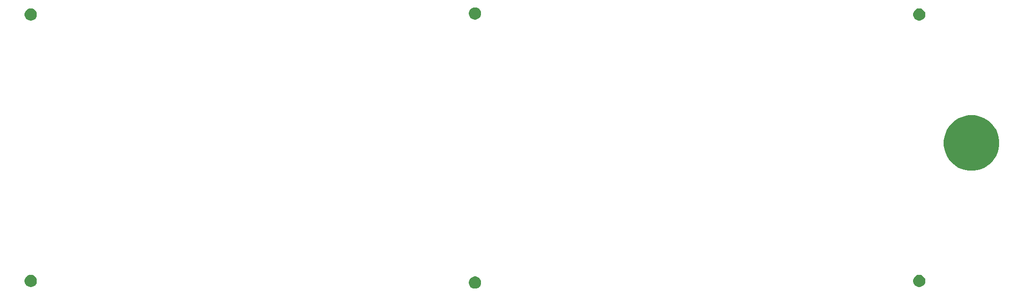
<source format=gbs>
G04 #@! TF.GenerationSoftware,KiCad,Pcbnew,(5.1.5)-3*
G04 #@! TF.CreationDate,2021-03-06T02:15:43+09:00*
G04 #@! TF.ProjectId,Kleine Gherkin,4b6c6569-6e65-4204-9768-65726b696e2e,rev?*
G04 #@! TF.SameCoordinates,Original*
G04 #@! TF.FileFunction,Soldermask,Bot*
G04 #@! TF.FilePolarity,Negative*
%FSLAX46Y46*%
G04 Gerber Fmt 4.6, Leading zero omitted, Abs format (unit mm)*
G04 Created by KiCad (PCBNEW (5.1.5)-3) date 2021-03-06 02:15:43*
%MOMM*%
%LPD*%
G04 APERTURE LIST*
%ADD10C,0.100000*%
G04 APERTURE END LIST*
D10*
G36*
X113320857Y-81242272D02*
G01*
X113521043Y-81325192D01*
X113521045Y-81325193D01*
X113611738Y-81385792D01*
X113701208Y-81445574D01*
X113854426Y-81598792D01*
X113974808Y-81778957D01*
X114057728Y-81979143D01*
X114100000Y-82191658D01*
X114100000Y-82408342D01*
X114057728Y-82620857D01*
X113974808Y-82821043D01*
X113872067Y-82974807D01*
X113854425Y-83001209D01*
X113701209Y-83154425D01*
X113521045Y-83274807D01*
X113521044Y-83274808D01*
X113521043Y-83274808D01*
X113320857Y-83357728D01*
X113108342Y-83400000D01*
X112891658Y-83400000D01*
X112679143Y-83357728D01*
X112478957Y-83274808D01*
X112478956Y-83274808D01*
X112478955Y-83274807D01*
X112298791Y-83154425D01*
X112145575Y-83001209D01*
X112127934Y-82974807D01*
X112025192Y-82821043D01*
X111942272Y-82620857D01*
X111900000Y-82408342D01*
X111900000Y-82191658D01*
X111942272Y-81979143D01*
X112025192Y-81778957D01*
X112145574Y-81598792D01*
X112298792Y-81445574D01*
X112388262Y-81385792D01*
X112478955Y-81325193D01*
X112478957Y-81325192D01*
X112679143Y-81242272D01*
X112891658Y-81200000D01*
X113108342Y-81200000D01*
X113320857Y-81242272D01*
G37*
G36*
X193320857Y-80942272D02*
G01*
X193521043Y-81025192D01*
X193521045Y-81025193D01*
X193611738Y-81085792D01*
X193701208Y-81145574D01*
X193854426Y-81298792D01*
X193974808Y-81478957D01*
X194057728Y-81679143D01*
X194100000Y-81891658D01*
X194100000Y-82108342D01*
X194057728Y-82320857D01*
X194021490Y-82408342D01*
X193974807Y-82521045D01*
X193854425Y-82701209D01*
X193701209Y-82854425D01*
X193521045Y-82974807D01*
X193521044Y-82974808D01*
X193521043Y-82974808D01*
X193320857Y-83057728D01*
X193108342Y-83100000D01*
X192891658Y-83100000D01*
X192679143Y-83057728D01*
X192478957Y-82974808D01*
X192478956Y-82974808D01*
X192478955Y-82974807D01*
X192298791Y-82854425D01*
X192145575Y-82701209D01*
X192025193Y-82521045D01*
X191978510Y-82408342D01*
X191942272Y-82320857D01*
X191900000Y-82108342D01*
X191900000Y-81891658D01*
X191942272Y-81679143D01*
X192025192Y-81478957D01*
X192145574Y-81298792D01*
X192298792Y-81145574D01*
X192388262Y-81085792D01*
X192478955Y-81025193D01*
X192478957Y-81025192D01*
X192679143Y-80942272D01*
X192891658Y-80900000D01*
X193108342Y-80900000D01*
X193320857Y-80942272D01*
G37*
G36*
X33320857Y-80942272D02*
G01*
X33521043Y-81025192D01*
X33521045Y-81025193D01*
X33611738Y-81085792D01*
X33701208Y-81145574D01*
X33854426Y-81298792D01*
X33974808Y-81478957D01*
X34057728Y-81679143D01*
X34100000Y-81891658D01*
X34100000Y-82108342D01*
X34057728Y-82320857D01*
X34021490Y-82408342D01*
X33974807Y-82521045D01*
X33854425Y-82701209D01*
X33701209Y-82854425D01*
X33521045Y-82974807D01*
X33521044Y-82974808D01*
X33521043Y-82974808D01*
X33320857Y-83057728D01*
X33108342Y-83100000D01*
X32891658Y-83100000D01*
X32679143Y-83057728D01*
X32478957Y-82974808D01*
X32478956Y-82974808D01*
X32478955Y-82974807D01*
X32298791Y-82854425D01*
X32145575Y-82701209D01*
X32025193Y-82521045D01*
X31978510Y-82408342D01*
X31942272Y-82320857D01*
X31900000Y-82108342D01*
X31900000Y-81891658D01*
X31942272Y-81679143D01*
X32025192Y-81478957D01*
X32145574Y-81298792D01*
X32298792Y-81145574D01*
X32388262Y-81085792D01*
X32478955Y-81025193D01*
X32478957Y-81025192D01*
X32679143Y-80942272D01*
X32891658Y-80900000D01*
X33108342Y-80900000D01*
X33320857Y-80942272D01*
G37*
G36*
X203381701Y-52246073D02*
G01*
X203864696Y-52342147D01*
X204774638Y-52719057D01*
X205593564Y-53266246D01*
X206290004Y-53962686D01*
X206837193Y-54781612D01*
X207214103Y-55691554D01*
X207406250Y-56657543D01*
X207406250Y-57642457D01*
X207214103Y-58608446D01*
X206837193Y-59518388D01*
X206290004Y-60337314D01*
X205593564Y-61033754D01*
X204774638Y-61580943D01*
X203864696Y-61957853D01*
X203381702Y-62053926D01*
X202898708Y-62150000D01*
X201913792Y-62150000D01*
X201430798Y-62053926D01*
X200947804Y-61957853D01*
X200037862Y-61580943D01*
X199218936Y-61033754D01*
X198522496Y-60337314D01*
X197975307Y-59518388D01*
X197598397Y-58608446D01*
X197406250Y-57642457D01*
X197406250Y-56657543D01*
X197598397Y-55691554D01*
X197975307Y-54781612D01*
X198522496Y-53962686D01*
X199218936Y-53266246D01*
X200037862Y-52719057D01*
X200947804Y-52342147D01*
X201430799Y-52246073D01*
X201913792Y-52150000D01*
X202898708Y-52150000D01*
X203381701Y-52246073D01*
G37*
G36*
X193320857Y-32942272D02*
G01*
X193521043Y-33025192D01*
X193521045Y-33025193D01*
X193611738Y-33085792D01*
X193701208Y-33145574D01*
X193854426Y-33298792D01*
X193974808Y-33478957D01*
X194057728Y-33679143D01*
X194100000Y-33891658D01*
X194100000Y-34108342D01*
X194057728Y-34320857D01*
X193974808Y-34521043D01*
X193854426Y-34701208D01*
X193701208Y-34854426D01*
X193696266Y-34857728D01*
X193521045Y-34974807D01*
X193521044Y-34974808D01*
X193521043Y-34974808D01*
X193320857Y-35057728D01*
X193108342Y-35100000D01*
X192891658Y-35100000D01*
X192679143Y-35057728D01*
X192478957Y-34974808D01*
X192478956Y-34974808D01*
X192478955Y-34974807D01*
X192303734Y-34857728D01*
X192298792Y-34854426D01*
X192145574Y-34701208D01*
X192025192Y-34521043D01*
X191942272Y-34320857D01*
X191900000Y-34108342D01*
X191900000Y-33891658D01*
X191942272Y-33679143D01*
X192025192Y-33478957D01*
X192145574Y-33298792D01*
X192298792Y-33145574D01*
X192388262Y-33085792D01*
X192478955Y-33025193D01*
X192478957Y-33025192D01*
X192679143Y-32942272D01*
X192891658Y-32900000D01*
X193108342Y-32900000D01*
X193320857Y-32942272D01*
G37*
G36*
X33320857Y-32942272D02*
G01*
X33521043Y-33025192D01*
X33521045Y-33025193D01*
X33611738Y-33085792D01*
X33701208Y-33145574D01*
X33854426Y-33298792D01*
X33974808Y-33478957D01*
X34057728Y-33679143D01*
X34100000Y-33891658D01*
X34100000Y-34108342D01*
X34057728Y-34320857D01*
X33974808Y-34521043D01*
X33854426Y-34701208D01*
X33701208Y-34854426D01*
X33696266Y-34857728D01*
X33521045Y-34974807D01*
X33521044Y-34974808D01*
X33521043Y-34974808D01*
X33320857Y-35057728D01*
X33108342Y-35100000D01*
X32891658Y-35100000D01*
X32679143Y-35057728D01*
X32478957Y-34974808D01*
X32478956Y-34974808D01*
X32478955Y-34974807D01*
X32303734Y-34857728D01*
X32298792Y-34854426D01*
X32145574Y-34701208D01*
X32025192Y-34521043D01*
X31942272Y-34320857D01*
X31900000Y-34108342D01*
X31900000Y-33891658D01*
X31942272Y-33679143D01*
X32025192Y-33478957D01*
X32145574Y-33298792D01*
X32298792Y-33145574D01*
X32388262Y-33085792D01*
X32478955Y-33025193D01*
X32478957Y-33025192D01*
X32679143Y-32942272D01*
X32891658Y-32900000D01*
X33108342Y-32900000D01*
X33320857Y-32942272D01*
G37*
G36*
X113320857Y-32742272D02*
G01*
X113521043Y-32825192D01*
X113521045Y-32825193D01*
X113611738Y-32885792D01*
X113701208Y-32945574D01*
X113854426Y-33098792D01*
X113974808Y-33278957D01*
X114057728Y-33479143D01*
X114100000Y-33691658D01*
X114100000Y-33908342D01*
X114057728Y-34120857D01*
X113974808Y-34321043D01*
X113854426Y-34501208D01*
X113701208Y-34654426D01*
X113631192Y-34701209D01*
X113521045Y-34774807D01*
X113521044Y-34774808D01*
X113521043Y-34774808D01*
X113320857Y-34857728D01*
X113108342Y-34900000D01*
X112891658Y-34900000D01*
X112679143Y-34857728D01*
X112478957Y-34774808D01*
X112478956Y-34774808D01*
X112478955Y-34774807D01*
X112368808Y-34701209D01*
X112298792Y-34654426D01*
X112145574Y-34501208D01*
X112025192Y-34321043D01*
X111942272Y-34120857D01*
X111900000Y-33908342D01*
X111900000Y-33691658D01*
X111942272Y-33479143D01*
X112025192Y-33278957D01*
X112145574Y-33098792D01*
X112298792Y-32945574D01*
X112388262Y-32885792D01*
X112478955Y-32825193D01*
X112478957Y-32825192D01*
X112679143Y-32742272D01*
X112891658Y-32700000D01*
X113108342Y-32700000D01*
X113320857Y-32742272D01*
G37*
M02*

</source>
